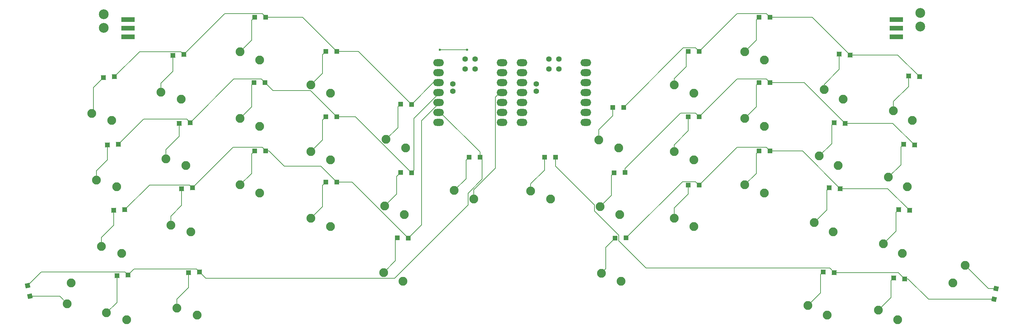
<source format=gbr>
%TF.GenerationSoftware,KiCad,Pcbnew,9.0.2*%
%TF.CreationDate,2025-06-24T00:15:15-06:00*%
%TF.ProjectId,Orcus,4f726375-732e-46b6-9963-61645f706362,rev?*%
%TF.SameCoordinates,Original*%
%TF.FileFunction,Copper,L2,Bot*%
%TF.FilePolarity,Positive*%
%FSLAX46Y46*%
G04 Gerber Fmt 4.6, Leading zero omitted, Abs format (unit mm)*
G04 Created by KiCad (PCBNEW 9.0.2) date 2025-06-24 00:15:15*
%MOMM*%
%LPD*%
G01*
G04 APERTURE LIST*
G04 Aperture macros list*
%AMRotRect*
0 Rectangle, with rotation*
0 The origin of the aperture is its center*
0 $1 length*
0 $2 width*
0 $3 Rotation angle, in degrees counterclockwise*
0 Add horizontal line*
21,1,$1,$2,0,0,$3*%
G04 Aperture macros list end*
%TA.AperFunction,ComponentPad*%
%ADD10R,3.500000X1.200000*%
%TD*%
%TA.AperFunction,ComponentPad*%
%ADD11C,2.500000*%
%TD*%
%TA.AperFunction,ComponentPad*%
%ADD12O,2.750000X1.800000*%
%TD*%
%TA.AperFunction,ComponentPad*%
%ADD13C,1.397000*%
%TD*%
%TA.AperFunction,ComponentPad*%
%ADD14C,2.250000*%
%TD*%
%TA.AperFunction,ComponentPad*%
%ADD15RotRect,1.200000X1.200000X184.000000*%
%TD*%
%TA.AperFunction,ComponentPad*%
%ADD16R,1.200000X1.200000*%
%TD*%
%TA.AperFunction,ComponentPad*%
%ADD17RotRect,1.200000X1.200000X179.000000*%
%TD*%
%TA.AperFunction,ComponentPad*%
%ADD18RotRect,1.200000X1.200000X282.000000*%
%TD*%
%TA.AperFunction,ComponentPad*%
%ADD19RotRect,1.200000X1.200000X78.000000*%
%TD*%
%TA.AperFunction,ComponentPad*%
%ADD20RotRect,1.200000X1.200000X176.000000*%
%TD*%
%TA.AperFunction,ComponentPad*%
%ADD21RotRect,1.200000X1.200000X181.000000*%
%TD*%
%TA.AperFunction,ViaPad*%
%ADD22C,0.600000*%
%TD*%
%TA.AperFunction,Conductor*%
%ADD23C,0.200000*%
%TD*%
G04 APERTURE END LIST*
D10*
%TO.P,J6,1,Pin_1*%
%TO.N,5v-1*%
X49830138Y-40733642D03*
%TO.P,J6,2,Pin_2*%
%TO.N,Data-1*%
X49830138Y-38533642D03*
%TO.P,J6,3,Pin_3*%
%TO.N,Gnd-1*%
X49830138Y-36333642D03*
%TD*%
%TO.P,J5,3,Pin_3*%
%TO.N,Gnd*%
X245491588Y-40733642D03*
%TO.P,J5,2,Pin_2*%
%TO.N,Data*%
X245491588Y-38533642D03*
%TO.P,J5,1,Pin_1*%
%TO.N,5v*%
X245491588Y-36333642D03*
%TD*%
D11*
%TO.P,J3,1,Pin_1*%
%TO.N,Net-(J3-Pin_1)*%
X251618750Y-38100000D03*
%TD*%
%TO.P,J1,1,Pin_1*%
%TO.N,Net-(J1-Pin_1)*%
X251618750Y-34600000D03*
%TD*%
%TO.P,J4,1,Pin_1*%
%TO.N,Net-(J4-Pin_1)*%
X43656250Y-38425000D03*
%TD*%
%TO.P,J2,1,Pin_1*%
%TO.N,Net-(J2-Pin_1)*%
X43656250Y-34925000D03*
%TD*%
D12*
%TO.P,U3,1,PA02_A0_D0*%
%TO.N,unconnected-(U3-PA02_A0_D0-Pad1)*%
X150215863Y-47318642D03*
%TO.P,U3,2,PA4_A1_D1*%
%TO.N,Data*%
X150215863Y-49858642D03*
%TO.P,U3,3,PA10_A2_D2*%
%TO.N,row0*%
X150215863Y-52398642D03*
%TO.P,U3,4,PA11_A3_D3*%
%TO.N,row1*%
X150215863Y-54938642D03*
%TO.P,U3,5,PA8_A4_D4_SDA*%
%TO.N,row2*%
X150215863Y-57478642D03*
%TO.P,U3,6,PA9_A5_D5_SCL*%
%TO.N,row3*%
X150215863Y-60018642D03*
%TO.P,U3,7,PB08_A6_D6_TX*%
%TO.N,col0*%
X150215863Y-62558642D03*
%TO.P,U3,8,PB09_A7_D7_RX*%
%TO.N,col1*%
X166405863Y-62558642D03*
%TO.P,U3,9,PA7_A8_D8_SCK*%
%TO.N,col2*%
X166405863Y-60018642D03*
%TO.P,U3,10,PA5_A9_D9_MISO*%
%TO.N,col3*%
X166405863Y-57478642D03*
%TO.P,U3,11,PA6_A10_D10_MOSI*%
%TO.N,col4*%
X166405863Y-54938642D03*
%TO.P,U3,12,3V3*%
%TO.N,unconnected-(U3-3V3-Pad12)*%
X166405863Y-52398642D03*
%TO.P,U3,13,GND*%
%TO.N,Gnd*%
X166405863Y-49858642D03*
%TO.P,U3,14,5V*%
%TO.N,5v*%
X166405863Y-47318642D03*
D13*
%TO.P,U3,15,BAT*%
%TO.N,Net-(J3-Pin_1)*%
X153865863Y-54621642D03*
%TO.P,U3,16,GND*%
%TO.N,Net-(J1-Pin_1)*%
X153865863Y-52716642D03*
%TO.P,U3,19,PA31_SWDIO*%
%TO.N,unconnected-(U3-PA31_SWDIO-Pad19)*%
X157040863Y-46366642D03*
%TO.P,U3,20,PA30_SWCLK*%
%TO.N,unconnected-(U3-PA30_SWCLK-Pad20)*%
X159580863Y-46366642D03*
%TO.P,U3,21,RESET*%
%TO.N,unconnected-(U3-RESET-Pad21)*%
X157040863Y-48906642D03*
%TO.P,U3,22,GND*%
%TO.N,unconnected-(U3-GND-Pad22)*%
X159580863Y-48906642D03*
%TD*%
D14*
%TO.P,SW1,2,2*%
%TO.N,Net-(D1-A)*%
X169765586Y-67070830D03*
%TO.P,SW1,1,1*%
%TO.N,col0*%
X174801474Y-69083248D03*
%TD*%
%TO.P,SW2,2,2*%
%TO.N,Net-(D2-A)*%
X188921726Y-53013642D03*
%TO.P,SW2,1,1*%
%TO.N,col1*%
X193921726Y-55113642D03*
%TD*%
%TO.P,SW3,2,2*%
%TO.N,Net-(D3-A)*%
X206921726Y-44513642D03*
%TO.P,SW3,1,1*%
%TO.N,col2*%
X211921726Y-46613642D03*
%TD*%
%TO.P,SW4,2,2*%
%TO.N,Net-(D4-A)*%
X227112268Y-54185259D03*
%TO.P,SW4,1,1*%
%TO.N,col3*%
X231953600Y-56628926D03*
%TD*%
%TO.P,SW5,2,2*%
%TO.N,Net-(D5-A)*%
X244754516Y-59610765D03*
%TO.P,SW5,1,1*%
%TO.N,col4*%
X249595848Y-62054432D03*
%TD*%
%TO.P,SW6,2,2*%
%TO.N,Net-(D6-A)*%
X152407932Y-80108528D03*
%TO.P,SW6,1,1*%
%TO.N,col0*%
X157443820Y-82120946D03*
%TD*%
%TO.P,SW7,2,2*%
%TO.N,Net-(D7-A)*%
X170079729Y-84068240D03*
%TO.P,SW7,1,1*%
%TO.N,col0*%
X175115617Y-86080658D03*
%TD*%
%TO.P,SW8,2,2*%
%TO.N,Net-(D8-A)*%
X188921726Y-70013642D03*
%TO.P,SW8,1,1*%
%TO.N,col1*%
X193921726Y-72113642D03*
%TD*%
%TO.P,SW9,2,2*%
%TO.N,Net-(D9-A)*%
X206921726Y-61513642D03*
%TO.P,SW9,1,1*%
%TO.N,col2*%
X211921726Y-63613642D03*
%TD*%
%TO.P,SW10,2,2*%
%TO.N,Net-(D10-A)*%
X225856651Y-71143848D03*
%TO.P,SW10,1,1*%
%TO.N,col3*%
X230697983Y-73587515D03*
%TD*%
%TO.P,SW11,2,2*%
%TO.N,Net-(D11-A)*%
X243498899Y-76569355D03*
%TO.P,SW11,1,1*%
%TO.N,col4*%
X248340231Y-79013022D03*
%TD*%
%TO.P,SW12,2,2*%
%TO.N,Net-(D12-A)*%
X170393872Y-101065651D03*
%TO.P,SW12,1,1*%
%TO.N,col0*%
X175429760Y-103078069D03*
%TD*%
%TO.P,SW13,2,2*%
%TO.N,Net-(D13-A)*%
X188921726Y-87013642D03*
%TO.P,SW13,1,1*%
%TO.N,col1*%
X193921726Y-89113642D03*
%TD*%
%TO.P,SW14,2,2*%
%TO.N,Net-(D14-A)*%
X206921726Y-78513642D03*
%TO.P,SW14,1,1*%
%TO.N,col2*%
X211921726Y-80613642D03*
%TD*%
%TO.P,SW15,2,2*%
%TO.N,Net-(D15-A)*%
X224601034Y-88102437D03*
%TO.P,SW15,1,1*%
%TO.N,col3*%
X229442366Y-90546104D03*
%TD*%
%TO.P,SW16,2,2*%
%TO.N,Net-(D16-A)*%
X242243284Y-93527943D03*
%TO.P,SW16,1,1*%
%TO.N,col4*%
X247084616Y-95971610D03*
%TD*%
%TO.P,SW17,2,2*%
%TO.N,Net-(D17-A)*%
X223031515Y-109300672D03*
%TO.P,SW17,1,1*%
%TO.N,col2*%
X227872847Y-111744339D03*
%TD*%
%TO.P,SW18,2,2*%
%TO.N,Net-(D18-A)*%
X240987667Y-110486533D03*
%TO.P,SW18,1,1*%
%TO.N,col3*%
X245828999Y-112930200D03*
%TD*%
%TO.P,SW19,2,2*%
%TO.N,Net-(D19-A)*%
X263029976Y-99062813D03*
%TO.P,SW19,1,1*%
%TO.N,col4*%
X259936307Y-103516937D03*
%TD*%
%TO.P,SW20,2,2*%
%TO.N,Net-(D20-A)*%
X40591569Y-60308330D03*
%TO.P,SW20,1,1*%
%TO.N,col0-1*%
X45725878Y-62054432D03*
%TD*%
%TO.P,SW21,2,2*%
%TO.N,Net-(D21-A)*%
X58233817Y-54882824D03*
%TO.P,SW21,1,1*%
%TO.N,col1-1*%
X63368126Y-56628926D03*
%TD*%
%TO.P,SW22,2,2*%
%TO.N,Net-(D22-A)*%
X78400000Y-44513642D03*
%TO.P,SW22,1,1*%
%TO.N,col2-1*%
X83400000Y-46613642D03*
%TD*%
%TO.P,SW23,2,2*%
%TO.N,Net-(D23-A)*%
X96400000Y-53013642D03*
%TO.P,SW23,1,1*%
%TO.N,col3-1*%
X101400000Y-55113642D03*
%TD*%
%TO.P,SW24,2,2*%
%TO.N,Net-(D24-A)*%
X115557662Y-66896306D03*
%TO.P,SW24,1,1*%
%TO.N,col4-1*%
X120520251Y-69083248D03*
%TD*%
%TO.P,SW25,2,2*%
%TO.N,Net-(D25-A)*%
X41847186Y-77266920D03*
%TO.P,SW25,1,1*%
%TO.N,col0-1*%
X46981495Y-79013022D03*
%TD*%
%TO.P,SW26,2,2*%
%TO.N,Net-(D26-A)*%
X59489434Y-71841413D03*
%TO.P,SW26,1,1*%
%TO.N,col1-1*%
X64623743Y-73587515D03*
%TD*%
%TO.P,SW27,2,2*%
%TO.N,Net-(D27-A)*%
X78400000Y-61513642D03*
%TO.P,SW27,1,1*%
%TO.N,col2-1*%
X83400000Y-63613642D03*
%TD*%
%TO.P,SW28,2,2*%
%TO.N,Net-(D28-A)*%
X96400000Y-70013642D03*
%TO.P,SW28,1,1*%
%TO.N,col3-1*%
X101400000Y-72113642D03*
%TD*%
%TO.P,SW29,2,2*%
%TO.N,Net-(D29-A)*%
X115243519Y-83893716D03*
%TO.P,SW29,1,1*%
%TO.N,col4-1*%
X120206108Y-86080658D03*
%TD*%
%TO.P,SW30,2,2*%
%TO.N,Net-(D30-A)*%
X132915317Y-79934004D03*
%TO.P,SW30,1,1*%
%TO.N,col4-1*%
X137877906Y-82120946D03*
%TD*%
%TO.P,SW31,2,2*%
%TO.N,Net-(D31-A)*%
X43102801Y-94225508D03*
%TO.P,SW31,1,1*%
%TO.N,col0-1*%
X48237110Y-95971610D03*
%TD*%
%TO.P,SW32,2,2*%
%TO.N,Net-(D32-A)*%
X60745051Y-88800002D03*
%TO.P,SW32,1,1*%
%TO.N,col1-1*%
X65879360Y-90546104D03*
%TD*%
%TO.P,SW33,2,2*%
%TO.N,Net-(D33-A)*%
X78400000Y-78513642D03*
%TO.P,SW33,1,1*%
%TO.N,col2-1*%
X83400000Y-80613642D03*
%TD*%
%TO.P,SW34,2,2*%
%TO.N,Net-(D34-A)*%
X96400000Y-87013642D03*
%TO.P,SW34,1,1*%
%TO.N,col3-1*%
X101400000Y-89113642D03*
%TD*%
%TO.P,SW35,2,2*%
%TO.N,Net-(D35-A)*%
X114929376Y-100891127D03*
%TO.P,SW35,1,1*%
%TO.N,col4-1*%
X119891965Y-103078069D03*
%TD*%
%TO.P,SW36,2,2*%
%TO.N,Net-(D36-A)*%
X34370867Y-108844290D03*
%TO.P,SW36,1,1*%
%TO.N,col0-1*%
X35385419Y-103516937D03*
%TD*%
%TO.P,SW37,2,2*%
%TO.N,Net-(D37-A)*%
X44358418Y-111184098D03*
%TO.P,SW37,1,1*%
%TO.N,col1-1*%
X49492727Y-112930200D03*
%TD*%
%TO.P,SW38,2,2*%
%TO.N,Net-(D38-A)*%
X62314570Y-109998237D03*
%TO.P,SW38,1,1*%
%TO.N,col2-1*%
X67448879Y-111744339D03*
%TD*%
D15*
%TO.P,D25,1,K*%
%TO.N,row1-1*%
X47434090Y-68164841D03*
%TO.P,D25,2,A*%
%TO.N,Net-(D25-A)*%
X44640910Y-68360159D03*
%TD*%
%TO.P,D26,1,K*%
%TO.N,row1-1*%
X65690340Y-62608591D03*
%TO.P,D26,2,A*%
%TO.N,Net-(D26-A)*%
X62897160Y-62803909D03*
%TD*%
D16*
%TO.P,D27,1,K*%
%TO.N,row1-1*%
X84743750Y-52387500D03*
%TO.P,D27,2,A*%
%TO.N,Net-(D27-A)*%
X81943750Y-52387500D03*
%TD*%
%TO.P,D33,1,K*%
%TO.N,row2-1*%
X84931250Y-69850000D03*
%TO.P,D33,2,A*%
%TO.N,Net-(D33-A)*%
X82131250Y-69850000D03*
%TD*%
D17*
%TO.P,D35,1,K*%
%TO.N,row2-1*%
X121256037Y-92099433D03*
%TO.P,D35,2,A*%
%TO.N,Net-(D35-A)*%
X118456463Y-92050567D03*
%TD*%
%TO.P,D29,1,K*%
%TO.N,row1-1*%
X122049787Y-75406250D03*
%TO.P,D29,2,A*%
%TO.N,Net-(D29-A)*%
X119250213Y-75357382D03*
%TD*%
D15*
%TO.P,D37,1,K*%
%TO.N,row3-1*%
X49815340Y-101502341D03*
%TO.P,D37,2,A*%
%TO.N,Net-(D37-A)*%
X47022160Y-101697659D03*
%TD*%
%TO.P,D21,1,K*%
%TO.N,row0-1*%
X64102840Y-45243750D03*
%TO.P,D21,2,A*%
%TO.N,Net-(D21-A)*%
X61309660Y-45439068D03*
%TD*%
%TO.P,D20,1,K*%
%TO.N,row0-1*%
X46396590Y-50902341D03*
%TO.P,D20,2,A*%
%TO.N,Net-(D20-A)*%
X43603410Y-51097659D03*
%TD*%
%TO.P,D38,1,K*%
%TO.N,row3-1*%
X68071590Y-100708591D03*
%TO.P,D38,2,A*%
%TO.N,Net-(D38-A)*%
X65278410Y-100903909D03*
%TD*%
%TO.P,D32,1,K*%
%TO.N,row2-1*%
X66296590Y-79277341D03*
%TO.P,D32,2,A*%
%TO.N,Net-(D32-A)*%
X63503410Y-79472659D03*
%TD*%
D16*
%TO.P,D22,1,K*%
%TO.N,row0-1*%
X84931250Y-35718750D03*
%TO.P,D22,2,A*%
%TO.N,Net-(D22-A)*%
X82131250Y-35718750D03*
%TD*%
D15*
%TO.P,D31,1,K*%
%TO.N,row2-1*%
X49021590Y-84833591D03*
%TO.P,D31,2,A*%
%TO.N,Net-(D31-A)*%
X46228410Y-85028909D03*
%TD*%
D17*
%TO.P,D24,1,K*%
%TO.N,row0-1*%
X122049787Y-57968183D03*
%TO.P,D24,2,A*%
%TO.N,Net-(D24-A)*%
X119250213Y-57919317D03*
%TD*%
D16*
%TO.P,D28,1,K*%
%TO.N,row1-1*%
X103000000Y-61118750D03*
%TO.P,D28,2,A*%
%TO.N,Net-(D28-A)*%
X100200000Y-61118750D03*
%TD*%
%TO.P,D23,2,A*%
%TO.N,Net-(D23-A)*%
X100200000Y-44450000D03*
%TO.P,D23,1,K*%
%TO.N,row0-1*%
X103000000Y-44450000D03*
%TD*%
D17*
%TO.P,D30,1,K*%
%TO.N,row3-1*%
X139512287Y-71461934D03*
%TO.P,D30,2,A*%
%TO.N,Net-(D30-A)*%
X136712713Y-71413066D03*
%TD*%
D18*
%TO.P,D36,1,K*%
%TO.N,row3-1*%
X24315174Y-104199343D03*
%TO.P,D36,2,A*%
%TO.N,Net-(D36-A)*%
X24897326Y-106938157D03*
%TD*%
D16*
%TO.P,D34,1,K*%
%TO.N,row2-1*%
X103000000Y-77787500D03*
%TO.P,D34,2,A*%
%TO.N,Net-(D34-A)*%
X100200000Y-77787500D03*
%TD*%
%TO.P,D13,1,K*%
%TO.N,row2*%
X195321726Y-78581250D03*
%TO.P,D13,2,A*%
%TO.N,Net-(D13-A)*%
X192521726Y-78581250D03*
%TD*%
D19*
%TO.P,D19,1,K*%
%TO.N,row3*%
X270377673Y-107731906D03*
%TO.P,D19,2,A*%
%TO.N,Net-(D19-A)*%
X270959827Y-104993094D03*
%TD*%
D20*
%TO.P,D4,1,K*%
%TO.N,row0*%
X233761753Y-45341409D03*
%TO.P,D4,2,A*%
%TO.N,Net-(D4-A)*%
X230968573Y-45146091D03*
%TD*%
D21*
%TO.P,D1,1,K*%
%TO.N,row0*%
X176098292Y-58713066D03*
%TO.P,D1,2,A*%
%TO.N,Net-(D1-A)*%
X173298718Y-58761934D03*
%TD*%
%TO.P,D12,1,K*%
%TO.N,row2*%
X176726578Y-92050566D03*
%TO.P,D12,2,A*%
%TO.N,Net-(D12-A)*%
X173927004Y-92099434D03*
%TD*%
D20*
%TO.P,D11,1,K*%
%TO.N,row1*%
X250148384Y-68360159D03*
%TO.P,D11,2,A*%
%TO.N,Net-(D11-A)*%
X247355204Y-68164841D03*
%TD*%
%TO.P,D18,1,K*%
%TO.N,row3*%
X247637152Y-102491409D03*
%TO.P,D18,2,A*%
%TO.N,Net-(D18-A)*%
X244843972Y-102296091D03*
%TD*%
D16*
%TO.P,D2,1,K*%
%TO.N,row0*%
X195321726Y-44450000D03*
%TO.P,D2,2,A*%
%TO.N,Net-(D2-A)*%
X192521726Y-44450000D03*
%TD*%
%TO.P,D8,1,K*%
%TO.N,row1*%
X195321726Y-61118750D03*
%TO.P,D8,2,A*%
%TO.N,Net-(D8-A)*%
X192521726Y-61118750D03*
%TD*%
%TO.P,D3,1,K*%
%TO.N,row0*%
X213321726Y-35718750D03*
%TO.P,D3,2,A*%
%TO.N,Net-(D3-A)*%
X210521726Y-35718750D03*
%TD*%
D20*
%TO.P,D10,1,K*%
%TO.N,row1*%
X232506136Y-62803909D03*
%TO.P,D10,2,A*%
%TO.N,Net-(D10-A)*%
X229712956Y-62608591D03*
%TD*%
%TO.P,D15,1,K*%
%TO.N,row2*%
X231250519Y-79472659D03*
%TO.P,D15,2,A*%
%TO.N,Net-(D15-A)*%
X228457339Y-79277341D03*
%TD*%
%TO.P,D17,1,K*%
%TO.N,row3*%
X229681000Y-100903909D03*
%TO.P,D17,2,A*%
%TO.N,Net-(D17-A)*%
X226887820Y-100708591D03*
%TD*%
%TO.P,D16,1,K*%
%TO.N,row2*%
X248892769Y-85028909D03*
%TO.P,D16,2,A*%
%TO.N,Net-(D16-A)*%
X246099589Y-84833591D03*
%TD*%
D16*
%TO.P,D14,1,K*%
%TO.N,row2*%
X213321726Y-69850000D03*
%TO.P,D14,2,A*%
%TO.N,Net-(D14-A)*%
X210521726Y-69850000D03*
%TD*%
D20*
%TO.P,D5,1,K*%
%TO.N,row0*%
X251404001Y-50897659D03*
%TO.P,D5,2,A*%
%TO.N,Net-(D5-A)*%
X248610821Y-50702341D03*
%TD*%
D16*
%TO.P,D9,1,K*%
%TO.N,row1*%
X213321726Y-52387500D03*
%TO.P,D9,2,A*%
%TO.N,Net-(D9-A)*%
X210521726Y-52387500D03*
%TD*%
D21*
%TO.P,D7,1,K*%
%TO.N,row1*%
X176412435Y-75381816D03*
%TO.P,D7,2,A*%
%TO.N,Net-(D7-A)*%
X173612861Y-75430684D03*
%TD*%
%TO.P,D6,1,K*%
%TO.N,row3*%
X158740638Y-71413066D03*
%TO.P,D6,2,A*%
%TO.N,Net-(D6-A)*%
X155941064Y-71461934D03*
%TD*%
D12*
%TO.P,U1,1,PA02_A0_D0*%
%TO.N,unconnected-(U1-PA02_A0_D0-Pad1)*%
X128915863Y-47318642D03*
%TO.P,U1,2,PA4_A1_D1*%
%TO.N,Data-1*%
X128915863Y-49858642D03*
%TO.P,U1,3,PA10_A2_D2*%
%TO.N,row0-1*%
X128915863Y-52398642D03*
%TO.P,U1,4,PA11_A3_D3*%
%TO.N,row1-1*%
X128915863Y-54938642D03*
%TO.P,U1,5,PA8_A4_D4_SDA*%
%TO.N,row2-1*%
X128915863Y-57478642D03*
%TO.P,U1,6,PA9_A5_D5_SCL*%
%TO.N,row3-1*%
X128915863Y-60018642D03*
%TO.P,U1,7,PB08_A6_D6_TX*%
%TO.N,col0-1*%
X128915863Y-62558642D03*
%TO.P,U1,8,PB09_A7_D7_RX*%
%TO.N,col1-1*%
X145105863Y-62558642D03*
%TO.P,U1,9,PA7_A8_D8_SCK*%
%TO.N,col2-1*%
X145105863Y-60018642D03*
%TO.P,U1,10,PA5_A9_D9_MISO*%
%TO.N,col3-1*%
X145105863Y-57478642D03*
%TO.P,U1,11,PA6_A10_D10_MOSI*%
%TO.N,col4-1*%
X145105863Y-54938642D03*
%TO.P,U1,12,3V3*%
%TO.N,unconnected-(U1-3V3-Pad12)*%
X145105863Y-52398642D03*
%TO.P,U1,13,GND*%
%TO.N,Gnd-1*%
X145105863Y-49858642D03*
%TO.P,U1,14,5V*%
%TO.N,5v-1*%
X145105863Y-47318642D03*
D13*
%TO.P,U1,15,BAT*%
%TO.N,Net-(J4-Pin_1)*%
X132565863Y-54621642D03*
%TO.P,U1,16,GND*%
%TO.N,Net-(J2-Pin_1)*%
X132565863Y-52716642D03*
%TO.P,U1,19,PA31_SWDIO*%
%TO.N,unconnected-(U1-PA31_SWDIO-Pad19)*%
X135740863Y-46366642D03*
%TO.P,U1,20,PA30_SWCLK*%
%TO.N,unconnected-(U1-PA30_SWCLK-Pad20)*%
X138280863Y-46366642D03*
%TO.P,U1,21,RESET*%
%TO.N,unconnected-(U1-RESET-Pad21)*%
X135740863Y-48906642D03*
%TO.P,U1,22,GND*%
%TO.N,unconnected-(U1-GND-Pad22)*%
X138280863Y-48906642D03*
%TD*%
D22*
%TO.N,5v-1*%
X129250000Y-44000000D03*
X136250000Y-44000000D03*
%TD*%
D23*
%TO.N,row0-1*%
X127619328Y-52398642D02*
X122049787Y-57968183D01*
X129390863Y-52398642D02*
X127619328Y-52398642D01*
%TO.N,row1-1*%
X122674220Y-61546815D02*
X122674220Y-74781817D01*
X122674220Y-74781817D02*
X122049787Y-75406250D01*
X129390863Y-54938642D02*
X129282393Y-54938642D01*
X129282393Y-54938642D02*
X122674220Y-61546815D01*
%TO.N,row2-1*%
X124607239Y-62153796D02*
X129282393Y-57478642D01*
X129282393Y-57478642D02*
X129390863Y-57478642D01*
X124607239Y-88748231D02*
X124607239Y-62153796D01*
X121256037Y-92099433D02*
X124607239Y-88748231D01*
%TO.N,row3-1*%
X139512287Y-70140066D02*
X139512287Y-71461934D01*
X129390863Y-60018642D02*
X139512287Y-70140066D01*
%TO.N,col4-1*%
X143429863Y-56139642D02*
X144630863Y-54938642D01*
X137877906Y-79792466D02*
X143429863Y-74240509D01*
X137877906Y-82120946D02*
X137877906Y-79792466D01*
X143429863Y-74240509D02*
X143429863Y-56139642D01*
%TO.N,row3-1*%
X140031875Y-71981522D02*
X139512287Y-71461934D01*
X136451906Y-80651366D02*
X140031875Y-77071397D01*
X117757327Y-102317127D02*
X136451906Y-83622548D01*
X136451906Y-83622548D02*
X136451906Y-80651366D01*
X140031875Y-77071397D02*
X140031875Y-71981522D01*
X68071590Y-100708591D02*
X69680126Y-102317127D01*
X69680126Y-102317127D02*
X117757327Y-102317127D01*
%TO.N,row2-1*%
X106944104Y-77787500D02*
X121256037Y-92099433D01*
X103000000Y-77787500D02*
X106944104Y-77787500D01*
%TO.N,row3-1*%
X67325516Y-99962517D02*
X68071590Y-100708591D01*
X51355164Y-99962517D02*
X67325516Y-99962517D01*
X49815340Y-101502341D02*
X51355164Y-99962517D01*
X49062999Y-100750000D02*
X49815340Y-101502341D01*
X27764517Y-100750000D02*
X49062999Y-100750000D01*
X24315174Y-104199343D02*
X27764517Y-100750000D01*
%TO.N,row2-1*%
X98962500Y-73750000D02*
X103000000Y-77787500D01*
X89631250Y-73750000D02*
X98962500Y-73750000D01*
X85731250Y-69850000D02*
X89631250Y-73750000D01*
X84931250Y-69850000D02*
X85731250Y-69850000D01*
X76624931Y-68949000D02*
X84030250Y-68949000D01*
X84030250Y-68949000D02*
X84931250Y-69850000D01*
X66296590Y-79277341D02*
X76624931Y-68949000D01*
X65550516Y-78531267D02*
X66296590Y-79277341D01*
X55323914Y-78531267D02*
X65550516Y-78531267D01*
X49021590Y-84833591D02*
X55323914Y-78531267D01*
%TO.N,row1-1*%
X107762287Y-61118750D02*
X122049787Y-75406250D01*
X103000000Y-61118750D02*
X107762287Y-61118750D01*
X86795892Y-54439642D02*
X96320892Y-54439642D01*
X84743750Y-52387500D02*
X86795892Y-54439642D01*
X96320892Y-54439642D02*
X103000000Y-61118750D01*
X76812431Y-51486500D02*
X83842750Y-51486500D01*
X83842750Y-51486500D02*
X84743750Y-52387500D01*
X65690340Y-62608591D02*
X76812431Y-51486500D01*
X64831749Y-61750000D02*
X65690340Y-62608591D01*
X53848931Y-61750000D02*
X64831749Y-61750000D01*
X47434090Y-68164841D02*
X53848931Y-61750000D01*
%TO.N,row0-1*%
X74528840Y-34817750D02*
X84030250Y-34817750D01*
X84030250Y-34817750D02*
X84931250Y-35718750D01*
X64102840Y-45243750D02*
X74528840Y-34817750D01*
X63356766Y-44497676D02*
X64102840Y-45243750D01*
X52801255Y-44497676D02*
X63356766Y-44497676D01*
X46396590Y-50902341D02*
X52801255Y-44497676D01*
X94268750Y-35718750D02*
X103000000Y-44450000D01*
X84931250Y-35718750D02*
X94268750Y-35718750D01*
X108531604Y-44450000D02*
X103000000Y-44450000D01*
X122049787Y-57968183D02*
X108531604Y-44450000D01*
%TO.N,Net-(D30-A)*%
X135929875Y-76919446D02*
X132915317Y-79934004D01*
X135929875Y-72195904D02*
X135929875Y-76919446D01*
X136712713Y-71413066D02*
X135929875Y-72195904D01*
%TO.N,Net-(D35-A)*%
X117943934Y-97876569D02*
X114929376Y-100891127D01*
X117943934Y-92563096D02*
X117943934Y-97876569D01*
X118456463Y-92050567D02*
X117943934Y-92563096D01*
%TO.N,Net-(D29-A)*%
X118258077Y-80879158D02*
X115243519Y-83893716D01*
X119250213Y-75357382D02*
X118258077Y-76349518D01*
X118258077Y-76349518D02*
X118258077Y-80879158D01*
%TO.N,Net-(D24-A)*%
X118572220Y-63881748D02*
X115557662Y-66896306D01*
X118572220Y-58597310D02*
X118572220Y-63881748D01*
X119250213Y-57919317D02*
X118572220Y-58597310D01*
%TO.N,Net-(D34-A)*%
X99349724Y-84063918D02*
X96400000Y-87013642D01*
X99349724Y-78637776D02*
X99349724Y-84063918D01*
X100200000Y-77787500D02*
X99349724Y-78637776D01*
%TO.N,Net-(D28-A)*%
X99349724Y-67063918D02*
X96400000Y-70013642D01*
X99349724Y-61969026D02*
X99349724Y-67063918D01*
X100200000Y-61118750D02*
X99349724Y-61969026D01*
%TO.N,Net-(D23-A)*%
X99349724Y-50063918D02*
X96400000Y-53013642D01*
X99349724Y-45300276D02*
X99349724Y-50063918D01*
X100200000Y-44450000D02*
X99349724Y-45300276D01*
%TO.N,Net-(D33-A)*%
X81349000Y-75564642D02*
X78400000Y-78513642D01*
X82131250Y-69850000D02*
X81349000Y-70632250D01*
X81349000Y-70632250D02*
X81349000Y-75564642D01*
%TO.N,Net-(D27-A)*%
X81349000Y-58564642D02*
X78400000Y-61513642D01*
X81349000Y-52982250D02*
X81349000Y-58564642D01*
X81943750Y-52387500D02*
X81349000Y-52982250D01*
%TO.N,Net-(D22-A)*%
X81349724Y-41563918D02*
X78400000Y-44513642D01*
X81349724Y-36500276D02*
X81349724Y-41563918D01*
X82131250Y-35718750D02*
X81349724Y-36500276D01*
%TO.N,Net-(D21-A)*%
X58233817Y-52565492D02*
X58233817Y-54882824D01*
X61309660Y-49489649D02*
X58233817Y-52565492D01*
X61309660Y-45439068D02*
X61309660Y-49489649D01*
%TO.N,Net-(D26-A)*%
X62897160Y-66116355D02*
X59489434Y-69524081D01*
X62897160Y-62803909D02*
X62897160Y-66116355D01*
X59489434Y-69524081D02*
X59489434Y-71841413D01*
%TO.N,Net-(D32-A)*%
X60745051Y-86482670D02*
X60745051Y-88800002D01*
X63503410Y-83724311D02*
X60745051Y-86482670D01*
X63503410Y-79472659D02*
X63503410Y-83724311D01*
%TO.N,Net-(D38-A)*%
X62314570Y-107680905D02*
X62314570Y-109998237D01*
X65278410Y-104717065D02*
X62314570Y-107680905D01*
X65278410Y-100903909D02*
X65278410Y-104717065D01*
%TO.N,Net-(D36-A)*%
X24897326Y-106938157D02*
X32464734Y-106938157D01*
X32464734Y-106938157D02*
X34370867Y-108844290D01*
%TO.N,Net-(D37-A)*%
X47022160Y-108520356D02*
X47022160Y-101697659D01*
X44358418Y-111184098D02*
X47022160Y-108520356D01*
%TO.N,Net-(D20-A)*%
X41028713Y-53672356D02*
X43603410Y-51097659D01*
X41028713Y-59871186D02*
X41028713Y-53672356D01*
X40591569Y-60308330D02*
X41028713Y-59871186D01*
%TO.N,Net-(D25-A)*%
X41847186Y-74949588D02*
X44640910Y-72155864D01*
X41847186Y-77266920D02*
X41847186Y-74949588D01*
X44640910Y-72155864D02*
X44640910Y-68360159D01*
%TO.N,Net-(D31-A)*%
X46228410Y-88782567D02*
X46228410Y-85028909D01*
X43102801Y-91908176D02*
X46228410Y-88782567D01*
X43102801Y-94225508D02*
X43102801Y-91908176D01*
%TO.N,5v-1*%
X136250000Y-44000000D02*
X129250000Y-44000000D01*
%TO.N,Net-(D19-A)*%
X268960257Y-104993094D02*
X263029976Y-99062813D01*
X270959827Y-104993094D02*
X268960257Y-104993094D01*
%TO.N,Net-(D18-A)*%
X244189562Y-107284638D02*
X240987667Y-110486533D01*
X244189562Y-102950501D02*
X244189562Y-107284638D01*
X244843972Y-102296091D02*
X244189562Y-102950501D01*
%TO.N,Net-(D17-A)*%
X226233410Y-106098777D02*
X223031515Y-109300672D01*
X226233410Y-101363001D02*
X226233410Y-106098777D01*
X226887820Y-100708591D02*
X226233410Y-101363001D01*
%TO.N,Net-(D16-A)*%
X245445179Y-90326048D02*
X242243284Y-93527943D01*
X245445179Y-85488001D02*
X245445179Y-90326048D01*
X246099589Y-84833591D02*
X245445179Y-85488001D01*
%TO.N,Net-(D15-A)*%
X227802929Y-84900542D02*
X224601034Y-88102437D01*
X227802929Y-79931751D02*
X227802929Y-84900542D01*
X228457339Y-79277341D02*
X227802929Y-79931751D01*
%TO.N,Net-(D11-A)*%
X246700794Y-68819251D02*
X246700794Y-73367460D01*
X247355204Y-68164841D02*
X246700794Y-68819251D01*
X246700794Y-73367460D02*
X243498899Y-76569355D01*
%TO.N,Net-(D10-A)*%
X229058546Y-63263001D02*
X229058546Y-67941953D01*
X229058546Y-67941953D02*
X225856651Y-71143848D01*
X229712956Y-62608591D02*
X229058546Y-63263001D01*
%TO.N,Net-(D5-A)*%
X248610821Y-53393601D02*
X244754516Y-57249906D01*
X248610821Y-50702341D02*
X248610821Y-53393601D01*
X244754516Y-57249906D02*
X244754516Y-59610765D01*
%TO.N,Net-(D4-A)*%
X227112268Y-52887732D02*
X227112268Y-54185259D01*
X230968573Y-49031427D02*
X227112268Y-52887732D01*
X230968573Y-45146091D02*
X230968573Y-49031427D01*
%TO.N,Net-(D3-A)*%
X209871450Y-36369026D02*
X209871450Y-41563918D01*
X209871450Y-41563918D02*
X206921726Y-44513642D01*
X210521726Y-35718750D02*
X209871450Y-36369026D01*
%TO.N,Net-(D9-A)*%
X209870726Y-58564642D02*
X206921726Y-61513642D01*
X209870726Y-53038500D02*
X209870726Y-58564642D01*
X210521726Y-52387500D02*
X209870726Y-53038500D01*
%TO.N,Net-(D14-A)*%
X209871450Y-75563918D02*
X206921726Y-78513642D01*
X209871450Y-70500276D02*
X209871450Y-75563918D01*
X210521726Y-69850000D02*
X209871450Y-70500276D01*
%TO.N,Net-(D13-A)*%
X192521726Y-80812112D02*
X192521726Y-78581250D01*
X188921726Y-84412112D02*
X192521726Y-80812112D01*
X188921726Y-87013642D02*
X188921726Y-84412112D01*
%TO.N,Net-(D8-A)*%
X192521726Y-64713090D02*
X192521726Y-61118750D01*
X188921726Y-68313090D02*
X192521726Y-64713090D01*
X188921726Y-70013642D02*
X188921726Y-68313090D01*
%TO.N,Net-(D12-A)*%
X171518872Y-94507566D02*
X173927004Y-92099434D01*
X171518872Y-99940651D02*
X171518872Y-94507566D01*
X170393872Y-101065651D02*
X171518872Y-99940651D01*
%TO.N,Net-(D7-A)*%
X172961648Y-76081897D02*
X172961648Y-81186321D01*
X173612861Y-75430684D02*
X172961648Y-76081897D01*
X172961648Y-81186321D02*
X170079729Y-84068240D01*
%TO.N,Net-(D1-A)*%
X173298718Y-60879230D02*
X173298718Y-58761934D01*
X169765586Y-64412362D02*
X173298718Y-60879230D01*
X169765586Y-67070830D02*
X169765586Y-64412362D01*
%TO.N,Net-(D2-A)*%
X192000000Y-44971726D02*
X192521726Y-44450000D01*
X192000000Y-48344378D02*
X192000000Y-44971726D01*
X188921726Y-51422652D02*
X192000000Y-48344378D01*
X188921726Y-53013642D02*
X188921726Y-51422652D01*
%TO.N,row3*%
X174838384Y-92813550D02*
X181792033Y-99767199D01*
X181792033Y-99767199D02*
X228544290Y-99767199D01*
X228544290Y-99767199D02*
X229681000Y-100903909D01*
X168653729Y-85200663D02*
X174838384Y-91385318D01*
X158740638Y-73724952D02*
X168653729Y-83638043D01*
X158740638Y-71413066D02*
X158740638Y-73724952D01*
X168653729Y-83638043D02*
X168653729Y-85200663D01*
X174838384Y-91385318D02*
X174838384Y-92813550D01*
X246049652Y-100903909D02*
X247637152Y-102491409D01*
X229681000Y-100903909D02*
X246049652Y-100903909D01*
X248488810Y-102491409D02*
X247637152Y-102491409D01*
X253729307Y-107731906D02*
X248488810Y-102491409D01*
X270377673Y-107731906D02*
X253729307Y-107731906D01*
%TO.N,row2*%
X243336519Y-79472659D02*
X231250519Y-79472659D01*
X248892769Y-85028909D02*
X243336519Y-79472659D01*
X221627860Y-69850000D02*
X213321726Y-69850000D01*
X231250519Y-79472659D02*
X221627860Y-69850000D01*
X204953976Y-68949000D02*
X195321726Y-78581250D01*
X213321726Y-69850000D02*
X212420726Y-68949000D01*
X212420726Y-68949000D02*
X204953976Y-68949000D01*
X194420726Y-77680250D02*
X195321726Y-78581250D01*
X191096894Y-77680250D02*
X194420726Y-77680250D01*
X176726578Y-92050566D02*
X191096894Y-77680250D01*
%TO.N,row1*%
X244592134Y-62803909D02*
X232506136Y-62803909D01*
X250148384Y-68360159D02*
X244592134Y-62803909D01*
X222089727Y-52387500D02*
X213321726Y-52387500D01*
X232506136Y-62803909D02*
X222089727Y-52387500D01*
X204953976Y-51486500D02*
X195321726Y-61118750D01*
X212420726Y-51486500D02*
X204953976Y-51486500D01*
X213321726Y-52387500D02*
X212420726Y-51486500D01*
X176412435Y-74337565D02*
X176412435Y-75381816D01*
X190532250Y-60217750D02*
X176412435Y-74337565D01*
X194420726Y-60217750D02*
X190532250Y-60217750D01*
X195321726Y-61118750D02*
X194420726Y-60217750D01*
%TO.N,row0*%
X251404001Y-50897659D02*
X245847751Y-45341409D01*
X245847751Y-45341409D02*
X233761753Y-45341409D01*
X224139094Y-35718750D02*
X213321726Y-35718750D01*
X233761753Y-45341409D02*
X224139094Y-35718750D01*
X204953976Y-34817750D02*
X195321726Y-44450000D01*
X213321726Y-35718750D02*
X212420726Y-34817750D01*
X212420726Y-34817750D02*
X204953976Y-34817750D01*
X191262358Y-43549000D02*
X176098292Y-58713066D01*
X195321726Y-44450000D02*
X194420726Y-43549000D01*
X194420726Y-43549000D02*
X191262358Y-43549000D01*
%TO.N,Net-(D6-A)*%
X155941064Y-74721080D02*
X155941064Y-71461934D01*
X152407932Y-78254212D02*
X155941064Y-74721080D01*
X152407932Y-80108528D02*
X152407932Y-78254212D01*
%TD*%
M02*

</source>
